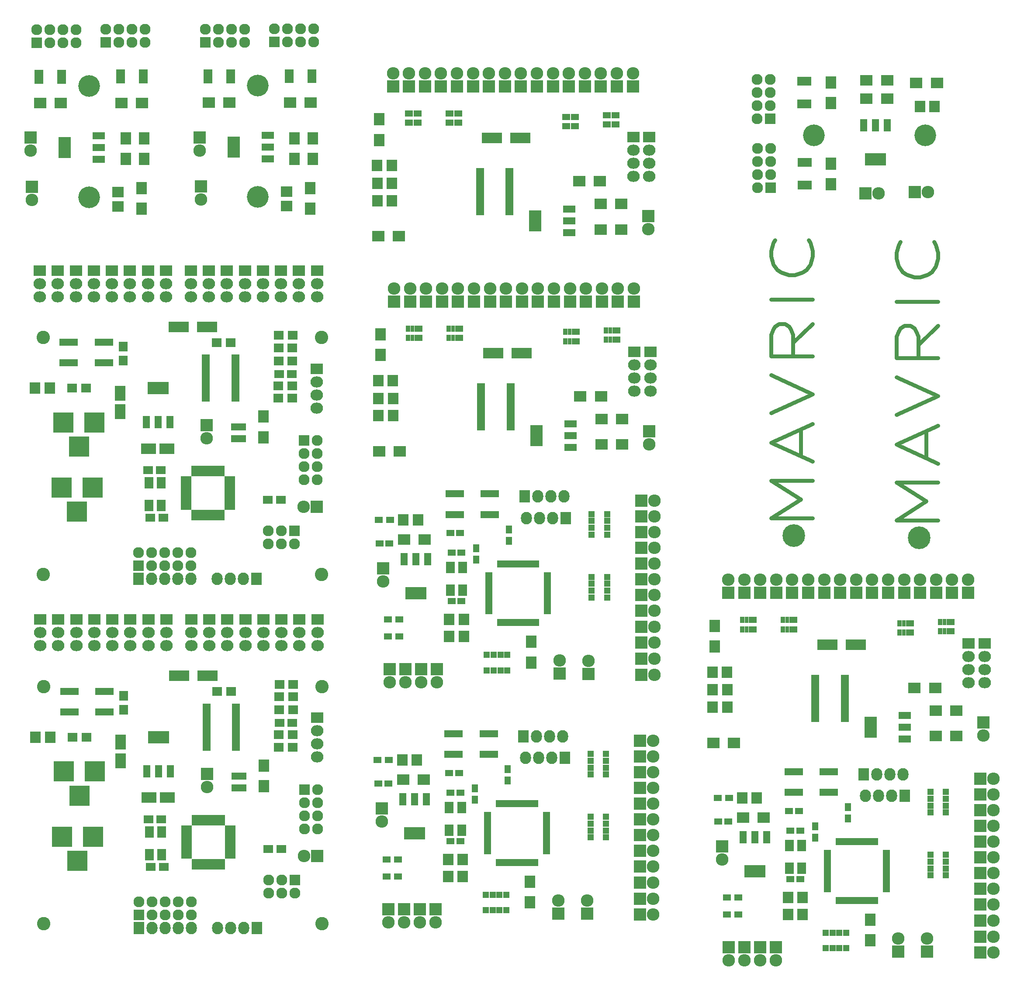
<source format=gbr>
G04 #@! TF.FileFunction,Soldermask,Top*
%FSLAX46Y46*%
G04 Gerber Fmt 4.6, Leading zero omitted, Abs format (unit mm)*
G04 Created by KiCad (PCBNEW 4.0.0-rc2-stable) date 7/14/2016 8:37:10 PM*
%MOMM*%
G01*
G04 APERTURE LIST*
%ADD10C,0.100000*%
%ADD11C,0.750000*%
%ADD12C,2.600000*%
%ADD13R,2.000200X3.000960*%
%ADD14R,3.000960X2.000200*%
%ADD15R,2.000000X2.400000*%
%ADD16R,1.900000X1.650000*%
%ADD17R,3.999180X2.000200*%
%ADD18R,1.997660X2.200860*%
%ADD19R,2.940000X1.421080*%
%ADD20R,3.900120X3.900120*%
%ADD21R,2.432000X2.432000*%
%ADD22O,2.432000X2.432000*%
%ADD23R,2.127200X2.432000*%
%ADD24O,2.127200X2.432000*%
%ADD25R,2.127200X2.127200*%
%ADD26O,2.127200X2.127200*%
%ADD27R,1.500000X0.800000*%
%ADD28R,3.600000X1.400000*%
%ADD29R,1.799540X2.200860*%
%ADD30R,2.432000X2.127200*%
%ADD31O,2.432000X2.127200*%
%ADD32R,1.700000X1.900000*%
%ADD33R,1.900000X1.700000*%
%ADD34R,4.057600X2.432000*%
%ADD35R,1.416000X2.432000*%
%ADD36R,2.000000X0.950000*%
%ADD37R,0.950000X2.000000*%
%ADD38R,1.600000X1.150000*%
%ADD39R,2.400000X2.000000*%
%ADD40R,1.300000X1.600000*%
%ADD41R,1.600000X1.300000*%
%ADD42R,1.300000X1.300000*%
%ADD43R,1.400000X0.650000*%
%ADD44R,0.650000X1.400000*%
%ADD45R,2.100000X2.400000*%
%ADD46R,2.400000X2.100000*%
%ADD47R,0.900000X1.200000*%
%ADD48R,0.800000X1.200000*%
%ADD49R,2.432000X4.057600*%
%ADD50R,2.432000X1.416000*%
%ADD51R,2.200860X1.997660*%
%ADD52R,1.800000X0.700000*%
%ADD53C,4.200000*%
%ADD54R,0.700000X1.800000*%
%ADD55C,4.400000*%
G04 APERTURE END LIST*
D10*
D11*
X-341328152Y66262515D02*
X-349328152Y66262515D01*
X-343613867Y69929181D01*
X-349328152Y73595848D01*
X-341328152Y73595848D01*
X-343613867Y78310134D02*
X-343613867Y83548229D01*
X-341328152Y77262515D02*
X-349328152Y80929182D01*
X-341328152Y84595848D01*
X-349328152Y86691086D02*
X-341328152Y90357753D01*
X-349328152Y94024419D01*
X-341328152Y103976800D02*
X-345137676Y100310133D01*
X-341328152Y97691086D02*
X-349328152Y97691086D01*
X-349328152Y101881562D01*
X-348947200Y102929181D01*
X-348566248Y103452990D01*
X-347804343Y103976800D01*
X-346661486Y103976800D01*
X-345899581Y103452990D01*
X-345518629Y102929181D01*
X-345137676Y101881562D01*
X-345137676Y97691086D01*
X-341328152Y108691086D02*
X-349328152Y108691086D01*
X-342090057Y120214895D02*
X-341709105Y119691085D01*
X-341328152Y118119657D01*
X-341328152Y117072038D01*
X-341709105Y115500609D01*
X-342471010Y114452990D01*
X-343232914Y113929181D01*
X-344756724Y113405371D01*
X-345899581Y113405371D01*
X-347423390Y113929181D01*
X-348185295Y114452990D01*
X-348947200Y115500609D01*
X-349328152Y117072038D01*
X-349328152Y118119657D01*
X-348947200Y119691085D01*
X-348566248Y120214895D01*
X-317020352Y65881515D02*
X-325020352Y65881515D01*
X-319306067Y69548181D01*
X-325020352Y73214848D01*
X-317020352Y73214848D01*
X-319306067Y77929134D02*
X-319306067Y83167229D01*
X-317020352Y76881515D02*
X-325020352Y80548182D01*
X-317020352Y84214848D01*
X-325020352Y86310086D02*
X-317020352Y89976753D01*
X-325020352Y93643419D01*
X-317020352Y103595800D02*
X-320829876Y99929133D01*
X-317020352Y97310086D02*
X-325020352Y97310086D01*
X-325020352Y101500562D01*
X-324639400Y102548181D01*
X-324258448Y103071990D01*
X-323496543Y103595800D01*
X-322353686Y103595800D01*
X-321591781Y103071990D01*
X-321210829Y102548181D01*
X-320829876Y101500562D01*
X-320829876Y97310086D01*
X-317020352Y108310086D02*
X-325020352Y108310086D01*
X-317782257Y119833895D02*
X-317401305Y119310085D01*
X-317020352Y117738657D01*
X-317020352Y116691038D01*
X-317401305Y115119609D01*
X-318163210Y114071990D01*
X-318925114Y113548181D01*
X-320448924Y113024371D01*
X-321591781Y113024371D01*
X-323115590Y113548181D01*
X-323877495Y114071990D01*
X-324639400Y115119609D01*
X-325020352Y116691038D01*
X-325020352Y117738657D01*
X-324639400Y119310085D01*
X-324258448Y119833895D01*
D12*
X-490270800Y-12382500D03*
D13*
X-475411800Y22819360D03*
X-475411800Y19217640D03*
D14*
X-466308440Y12065000D03*
X-469910160Y12065000D03*
D15*
X-447598800Y14256000D03*
X-447598800Y18256000D03*
D16*
X-442094300Y26543000D03*
X-444594300Y26543000D03*
D17*
X-458563980Y35687000D03*
X-464065620Y35687000D03*
D18*
X-491881160Y23812500D03*
X-489041440Y23812500D03*
D19*
X-452488300Y13967460D03*
X-452488300Y16258540D03*
D20*
X-480387660Y17145000D03*
X-486387140Y17145000D03*
X-483387400Y12446000D03*
D21*
X-437311800Y762000D03*
D22*
X-439851800Y762000D03*
D20*
X-480768660Y4508500D03*
X-486768140Y4508500D03*
X-483768400Y-190500D03*
D21*
X-458647800Y16637000D03*
D22*
X-458647800Y14097000D03*
D23*
X-471855800Y-13208000D03*
D24*
X-469315800Y-13208000D03*
X-466775800Y-13208000D03*
X-464235800Y-13208000D03*
X-461695800Y-13208000D03*
D23*
X-448995800Y-13208000D03*
D24*
X-451535800Y-13208000D03*
X-454075800Y-13208000D03*
X-456615800Y-13208000D03*
D25*
X-441629800Y-3873500D03*
D26*
X-441629800Y-6413500D03*
X-444169800Y-3873500D03*
X-444169800Y-6413500D03*
X-446709800Y-3873500D03*
X-446709800Y-6413500D03*
D27*
X-458767300Y29942500D03*
X-458767300Y29292500D03*
X-458767300Y28642500D03*
X-458767300Y27992500D03*
X-458767300Y27342500D03*
X-458767300Y26692500D03*
X-458767300Y26042500D03*
X-458767300Y25392500D03*
X-458767300Y24742500D03*
X-458767300Y24092500D03*
X-458767300Y23442500D03*
X-458767300Y22792500D03*
X-458767300Y22142500D03*
X-458767300Y21492500D03*
X-453067300Y21492500D03*
X-453067300Y22142500D03*
X-453067300Y22792500D03*
X-453067300Y23442500D03*
X-453067300Y24092500D03*
X-453067300Y24742500D03*
X-453067300Y25392500D03*
X-453067300Y26042500D03*
X-453067300Y26692500D03*
X-453067300Y27342500D03*
X-453067300Y27992500D03*
X-453067300Y28642500D03*
X-453067300Y29292500D03*
X-453067300Y29942500D03*
D28*
X-485352300Y28670500D03*
X-478552300Y28670500D03*
X-478552300Y32670500D03*
X-485352300Y32670500D03*
D29*
X-467418420Y1038860D03*
X-467418420Y5438140D03*
X-469816180Y5438140D03*
X-469816180Y1038860D03*
D30*
X-437311800Y27559000D03*
D31*
X-437311800Y25019000D03*
X-437311800Y22479000D03*
X-437311800Y19939000D03*
D30*
X-470014300Y46609000D03*
D31*
X-470014300Y44069000D03*
X-470014300Y41529000D03*
D30*
X-466521800Y46609000D03*
D31*
X-466521800Y44069000D03*
X-466521800Y41529000D03*
D30*
X-473506800Y46609000D03*
D31*
X-473506800Y44069000D03*
X-473506800Y41529000D03*
D30*
X-476999300Y46609000D03*
D31*
X-476999300Y44069000D03*
X-476999300Y41529000D03*
D30*
X-480491800Y46609000D03*
D31*
X-480491800Y44069000D03*
X-480491800Y41529000D03*
D30*
X-483984300Y46609000D03*
D31*
X-483984300Y44069000D03*
X-483984300Y41529000D03*
D30*
X-487476800Y46609000D03*
D31*
X-487476800Y44069000D03*
X-487476800Y41529000D03*
D30*
X-490969300Y46609000D03*
D31*
X-490969300Y44069000D03*
X-490969300Y41529000D03*
D30*
X-437248300Y46609000D03*
D31*
X-437248300Y44069000D03*
X-437248300Y41529000D03*
D30*
X-440740800Y46609000D03*
D31*
X-440740800Y44069000D03*
X-440740800Y41529000D03*
D30*
X-444233300Y46609000D03*
D31*
X-444233300Y44069000D03*
X-444233300Y41529000D03*
D30*
X-447725800Y46609000D03*
D31*
X-447725800Y44069000D03*
X-447725800Y41529000D03*
D30*
X-451218300Y46609000D03*
D31*
X-451218300Y44069000D03*
X-451218300Y41529000D03*
D30*
X-454710800Y46609000D03*
D31*
X-454710800Y44069000D03*
X-454710800Y41529000D03*
D30*
X-458203300Y46609000D03*
D31*
X-458203300Y44069000D03*
X-458203300Y41529000D03*
D30*
X-461695800Y46609000D03*
D31*
X-461695800Y44069000D03*
X-461695800Y41529000D03*
D32*
X-474776800Y31830000D03*
X-474776800Y29130000D03*
D16*
X-469994300Y7874000D03*
X-467494300Y7874000D03*
X-467049800Y-1333500D03*
X-469549800Y-1333500D03*
X-444253300Y2095500D03*
X-446753300Y2095500D03*
D33*
X-484699300Y23812500D03*
X-481999300Y23812500D03*
X-444757800Y24257000D03*
X-442057800Y24257000D03*
X-444757800Y21844000D03*
X-442057800Y21844000D03*
X-456695800Y32639000D03*
X-453995800Y32639000D03*
X-441994300Y31623000D03*
X-444694300Y31623000D03*
X-441994300Y29083000D03*
X-444694300Y29083000D03*
X-441930800Y34036000D03*
X-444630800Y34036000D03*
D25*
X-471855800Y-10668000D03*
D26*
X-471855800Y-8128000D03*
X-469315800Y-10668000D03*
X-469315800Y-8128000D03*
X-466775800Y-10668000D03*
X-466775800Y-8128000D03*
X-464235800Y-10668000D03*
X-464235800Y-8128000D03*
X-461695800Y-10668000D03*
X-461695800Y-8128000D03*
D25*
X-439788300Y13652500D03*
D26*
X-437248300Y13652500D03*
X-439788300Y11112500D03*
X-437248300Y11112500D03*
X-439788300Y8572500D03*
X-437248300Y8572500D03*
X-439788300Y6032500D03*
X-437248300Y6032500D03*
D34*
X-468045800Y23812500D03*
D35*
X-468045800Y17208500D03*
X-465759800Y17208500D03*
X-470331800Y17208500D03*
D12*
X-436359300Y-12382500D03*
X-490270800Y33591500D03*
X-436359300Y33591500D03*
D36*
X-462643800Y6229000D03*
X-462643800Y5429000D03*
X-462643800Y4629000D03*
X-462643800Y3829000D03*
X-462643800Y3029000D03*
X-462643800Y2229000D03*
X-462643800Y1429000D03*
X-462643800Y629000D03*
D37*
X-461193800Y-821000D03*
X-460393800Y-821000D03*
X-459593800Y-821000D03*
X-458793800Y-821000D03*
X-457993800Y-821000D03*
X-457193800Y-821000D03*
X-456393800Y-821000D03*
X-455593800Y-821000D03*
D36*
X-454143800Y629000D03*
X-454143800Y1429000D03*
X-454143800Y2229000D03*
X-454143800Y3029000D03*
X-454143800Y3829000D03*
X-454143800Y4629000D03*
X-454143800Y5429000D03*
X-454143800Y6229000D03*
D37*
X-455593800Y7679000D03*
X-456393800Y7679000D03*
X-457193800Y7679000D03*
X-457993800Y7679000D03*
X-458793800Y7679000D03*
X-459593800Y7679000D03*
X-460393800Y7679000D03*
X-461193800Y7679000D03*
D15*
X-396036800Y-8248400D03*
X-396036800Y-4248400D03*
D38*
X-411718800Y16865600D03*
X-409818800Y16865600D03*
X-423534800Y14833600D03*
X-425434800Y14833600D03*
D39*
X-420642800Y15595600D03*
X-416642800Y15595600D03*
D38*
X-409564800Y3657600D03*
X-411464800Y3657600D03*
X-411464800Y13055600D03*
X-409564800Y13055600D03*
D18*
X-417984940Y19405600D03*
X-420824660Y19405600D03*
X-411934660Y101600D03*
X-409094940Y101600D03*
X-411934660Y-3200400D03*
X-409094940Y-3200400D03*
D21*
X-374700800Y10922000D03*
D22*
X-372160800Y10922000D03*
D21*
X-374700800Y7874000D03*
D22*
X-372160800Y7874000D03*
D21*
X-374700800Y4826000D03*
D22*
X-372160800Y4826000D03*
D21*
X-374700800Y1778000D03*
D22*
X-372160800Y1778000D03*
D21*
X-414324800Y-9550400D03*
D22*
X-414324800Y-12090400D03*
D21*
X-417372800Y-9550400D03*
D22*
X-417372800Y-12090400D03*
D21*
X-420420800Y-9550400D03*
D22*
X-420420800Y-12090400D03*
D21*
X-423468800Y-9550400D03*
D22*
X-423468800Y-12090400D03*
D21*
X-374700800Y23114000D03*
D22*
X-372160800Y23114000D03*
D21*
X-374700800Y20066000D03*
D22*
X-372160800Y20066000D03*
D21*
X-374700800Y17018000D03*
D22*
X-372160800Y17018000D03*
D21*
X-374700800Y13970000D03*
D22*
X-372160800Y13970000D03*
D23*
X-389331200Y19761200D03*
D24*
X-391871200Y19761200D03*
X-394411200Y19761200D03*
X-396951200Y19761200D03*
D23*
X-397306800Y23977600D03*
D24*
X-394766800Y23977600D03*
X-392226800Y23977600D03*
X-389686800Y23977600D03*
D21*
X-424738800Y10007600D03*
D22*
X-424738800Y7467600D03*
D40*
X-400354800Y15359200D03*
X-400354800Y17559200D03*
X-406704800Y11701600D03*
X-406704800Y13901600D03*
D41*
X-423384800Y19405600D03*
X-425584800Y19405600D03*
X-423806800Y101600D03*
X-421606800Y101600D03*
X-423806800Y-3200400D03*
X-421606800Y-3200400D03*
D28*
X-410866800Y20453600D03*
X-404066800Y20453600D03*
X-404066800Y24453600D03*
X-410866800Y24453600D03*
D34*
X-418388800Y5181600D03*
D35*
X-418388800Y11785600D03*
X-420674800Y11785600D03*
X-416102800Y11785600D03*
D29*
X-409315920Y5775960D03*
X-409315920Y10175240D03*
X-411713680Y10175240D03*
X-411713680Y5775960D03*
D42*
X-400640800Y-6780400D03*
X-404640800Y-6780400D03*
X-401980800Y-6780400D03*
X-403300800Y-6780400D03*
X-401980800Y-9780400D03*
X-400640800Y-9780400D03*
X-404640800Y-9780400D03*
X-403300800Y-9780400D03*
X-384328800Y20542000D03*
X-384328800Y16542000D03*
X-384328800Y19202000D03*
X-384328800Y17882000D03*
X-381328800Y19202000D03*
X-381328800Y20542000D03*
X-381328800Y16542000D03*
X-381328800Y17882000D03*
X-384328800Y8350000D03*
X-384328800Y4350000D03*
X-384328800Y7010000D03*
X-384328800Y5690000D03*
X-381328800Y7010000D03*
X-381328800Y8350000D03*
X-381328800Y4350000D03*
X-381328800Y5690000D03*
D21*
X-390550400Y-10414000D03*
D22*
X-390550400Y-7874000D03*
D21*
X-384962400Y-10464800D03*
D22*
X-384962400Y-7924800D03*
D43*
X-404276800Y8931600D03*
X-404276800Y8431600D03*
X-404276800Y7931600D03*
X-404276800Y7431600D03*
X-404276800Y6931600D03*
X-404276800Y6431600D03*
X-404276800Y5931600D03*
X-404276800Y5431600D03*
X-404276800Y4931600D03*
X-404276800Y4431600D03*
X-404276800Y3931600D03*
X-404276800Y3431600D03*
X-404276800Y2931600D03*
X-404276800Y2431600D03*
X-404276800Y1931600D03*
X-404276800Y1431600D03*
D44*
X-402326800Y-518400D03*
X-401826800Y-518400D03*
X-401326800Y-518400D03*
X-400826800Y-518400D03*
X-400326800Y-518400D03*
X-399826800Y-518400D03*
X-399326800Y-518400D03*
X-398826800Y-518400D03*
X-398326800Y-518400D03*
X-397826800Y-518400D03*
X-397326800Y-518400D03*
X-396826800Y-518400D03*
X-396326800Y-518400D03*
X-395826800Y-518400D03*
X-395326800Y-518400D03*
X-394826800Y-518400D03*
D43*
X-392876800Y1431600D03*
X-392876800Y1931600D03*
X-392876800Y2431600D03*
X-392876800Y2931600D03*
X-392876800Y3431600D03*
X-392876800Y3931600D03*
X-392876800Y4431600D03*
X-392876800Y4931600D03*
X-392876800Y5431600D03*
X-392876800Y5931600D03*
X-392876800Y6431600D03*
X-392876800Y6931600D03*
X-392876800Y7431600D03*
X-392876800Y7931600D03*
X-392876800Y8431600D03*
X-392876800Y8931600D03*
D44*
X-394826800Y10881600D03*
X-395326800Y10881600D03*
X-395826800Y10881600D03*
X-396326800Y10881600D03*
X-396826800Y10881600D03*
X-397326800Y10881600D03*
X-397826800Y10881600D03*
X-398326800Y10881600D03*
X-398826800Y10881600D03*
X-399326800Y10881600D03*
X-399826800Y10881600D03*
X-400326800Y10881600D03*
X-400826800Y10881600D03*
X-401326800Y10881600D03*
X-401826800Y10881600D03*
X-402326800Y10881600D03*
D21*
X-374700800Y-1320800D03*
D22*
X-372160800Y-1320800D03*
D21*
X-374700800Y-4419600D03*
D22*
X-372160800Y-4419600D03*
D21*
X-374700800Y-7518400D03*
D22*
X-372160800Y-7518400D03*
D21*
X-374700800Y-10617200D03*
D22*
X-372160800Y-10617200D03*
D15*
X-395833600Y38284400D03*
X-395833600Y42284400D03*
D38*
X-411515600Y63398400D03*
X-409615600Y63398400D03*
X-423331600Y61366400D03*
X-425231600Y61366400D03*
D39*
X-420439600Y62128400D03*
X-416439600Y62128400D03*
D38*
X-409361600Y50190400D03*
X-411261600Y50190400D03*
X-411261600Y59588400D03*
X-409361600Y59588400D03*
D18*
X-417781740Y65938400D03*
X-420621460Y65938400D03*
X-411731460Y46634400D03*
X-408891740Y46634400D03*
X-411731460Y43332400D03*
X-408891740Y43332400D03*
D21*
X-374497600Y57454800D03*
D22*
X-371957600Y57454800D03*
D21*
X-374497600Y54406800D03*
D22*
X-371957600Y54406800D03*
D21*
X-374497600Y51358800D03*
D22*
X-371957600Y51358800D03*
D21*
X-374497600Y48310800D03*
D22*
X-371957600Y48310800D03*
D21*
X-414121600Y36982400D03*
D22*
X-414121600Y34442400D03*
D21*
X-417169600Y36982400D03*
D22*
X-417169600Y34442400D03*
D21*
X-420217600Y36982400D03*
D22*
X-420217600Y34442400D03*
D21*
X-423265600Y36982400D03*
D22*
X-423265600Y34442400D03*
D21*
X-374497600Y69646800D03*
D22*
X-371957600Y69646800D03*
D21*
X-374497600Y66598800D03*
D22*
X-371957600Y66598800D03*
D21*
X-374497600Y63550800D03*
D22*
X-371957600Y63550800D03*
D21*
X-374497600Y60502800D03*
D22*
X-371957600Y60502800D03*
D23*
X-389128000Y66294000D03*
D24*
X-391668000Y66294000D03*
X-394208000Y66294000D03*
X-396748000Y66294000D03*
D23*
X-397103600Y70510400D03*
D24*
X-394563600Y70510400D03*
X-392023600Y70510400D03*
X-389483600Y70510400D03*
D21*
X-424535600Y56540400D03*
D22*
X-424535600Y54000400D03*
D40*
X-400151600Y61892000D03*
X-400151600Y64092000D03*
X-406501600Y58234400D03*
X-406501600Y60434400D03*
D41*
X-423181600Y65938400D03*
X-425381600Y65938400D03*
X-423603600Y46634400D03*
X-421403600Y46634400D03*
X-423603600Y43332400D03*
X-421403600Y43332400D03*
D28*
X-410663600Y66986400D03*
X-403863600Y66986400D03*
X-403863600Y70986400D03*
X-410663600Y70986400D03*
D34*
X-418185600Y51714400D03*
D35*
X-418185600Y58318400D03*
X-420471600Y58318400D03*
X-415899600Y58318400D03*
D29*
X-409112720Y52308760D03*
X-409112720Y56708040D03*
X-411510480Y56708040D03*
X-411510480Y52308760D03*
D42*
X-400437600Y39752400D03*
X-404437600Y39752400D03*
X-401777600Y39752400D03*
X-403097600Y39752400D03*
X-401777600Y36752400D03*
X-400437600Y36752400D03*
X-404437600Y36752400D03*
X-403097600Y36752400D03*
X-384125600Y67074800D03*
X-384125600Y63074800D03*
X-384125600Y65734800D03*
X-384125600Y64414800D03*
X-381125600Y65734800D03*
X-381125600Y67074800D03*
X-381125600Y63074800D03*
X-381125600Y64414800D03*
X-384125600Y54882800D03*
X-384125600Y50882800D03*
X-384125600Y53542800D03*
X-384125600Y52222800D03*
X-381125600Y53542800D03*
X-381125600Y54882800D03*
X-381125600Y50882800D03*
X-381125600Y52222800D03*
D21*
X-390347200Y36118800D03*
D22*
X-390347200Y38658800D03*
D21*
X-384759200Y36068000D03*
D22*
X-384759200Y38608000D03*
D43*
X-404073600Y55464400D03*
X-404073600Y54964400D03*
X-404073600Y54464400D03*
X-404073600Y53964400D03*
X-404073600Y53464400D03*
X-404073600Y52964400D03*
X-404073600Y52464400D03*
X-404073600Y51964400D03*
X-404073600Y51464400D03*
X-404073600Y50964400D03*
X-404073600Y50464400D03*
X-404073600Y49964400D03*
X-404073600Y49464400D03*
X-404073600Y48964400D03*
X-404073600Y48464400D03*
X-404073600Y47964400D03*
D44*
X-402123600Y46014400D03*
X-401623600Y46014400D03*
X-401123600Y46014400D03*
X-400623600Y46014400D03*
X-400123600Y46014400D03*
X-399623600Y46014400D03*
X-399123600Y46014400D03*
X-398623600Y46014400D03*
X-398123600Y46014400D03*
X-397623600Y46014400D03*
X-397123600Y46014400D03*
X-396623600Y46014400D03*
X-396123600Y46014400D03*
X-395623600Y46014400D03*
X-395123600Y46014400D03*
X-394623600Y46014400D03*
D43*
X-392673600Y47964400D03*
X-392673600Y48464400D03*
X-392673600Y48964400D03*
X-392673600Y49464400D03*
X-392673600Y49964400D03*
X-392673600Y50464400D03*
X-392673600Y50964400D03*
X-392673600Y51464400D03*
X-392673600Y51964400D03*
X-392673600Y52464400D03*
X-392673600Y52964400D03*
X-392673600Y53464400D03*
X-392673600Y53964400D03*
X-392673600Y54464400D03*
X-392673600Y54964400D03*
X-392673600Y55464400D03*
D44*
X-394623600Y57414400D03*
X-395123600Y57414400D03*
X-395623600Y57414400D03*
X-396123600Y57414400D03*
X-396623600Y57414400D03*
X-397123600Y57414400D03*
X-397623600Y57414400D03*
X-398123600Y57414400D03*
X-398623600Y57414400D03*
X-399123600Y57414400D03*
X-399623600Y57414400D03*
X-400123600Y57414400D03*
X-400623600Y57414400D03*
X-401123600Y57414400D03*
X-401623600Y57414400D03*
X-402123600Y57414400D03*
D21*
X-374497600Y45212000D03*
D22*
X-371957600Y45212000D03*
D21*
X-374497600Y42113200D03*
D22*
X-371957600Y42113200D03*
D21*
X-374497600Y39014400D03*
D22*
X-371957600Y39014400D03*
D21*
X-374497600Y35915600D03*
D22*
X-371957600Y35915600D03*
D12*
X-490372400Y55333900D03*
D13*
X-475513400Y90535760D03*
X-475513400Y86934040D03*
D14*
X-466410040Y79781400D03*
X-470011760Y79781400D03*
D15*
X-447700400Y81972400D03*
X-447700400Y85972400D03*
D16*
X-442195900Y94259400D03*
X-444695900Y94259400D03*
D17*
X-458665580Y103403400D03*
X-464167220Y103403400D03*
D18*
X-491982760Y91528900D03*
X-489143040Y91528900D03*
D19*
X-452589900Y81683860D03*
X-452589900Y83974940D03*
D20*
X-480489260Y84861400D03*
X-486488740Y84861400D03*
X-483489000Y80162400D03*
D21*
X-437413400Y68478400D03*
D22*
X-439953400Y68478400D03*
D20*
X-480870260Y72224900D03*
X-486869740Y72224900D03*
X-483870000Y67525900D03*
D21*
X-458749400Y84353400D03*
D22*
X-458749400Y81813400D03*
D23*
X-471957400Y54508400D03*
D24*
X-469417400Y54508400D03*
X-466877400Y54508400D03*
X-464337400Y54508400D03*
X-461797400Y54508400D03*
D23*
X-449097400Y54508400D03*
D24*
X-451637400Y54508400D03*
X-454177400Y54508400D03*
X-456717400Y54508400D03*
D25*
X-441731400Y63842900D03*
D26*
X-441731400Y61302900D03*
X-444271400Y63842900D03*
X-444271400Y61302900D03*
X-446811400Y63842900D03*
X-446811400Y61302900D03*
D27*
X-458868900Y97658900D03*
X-458868900Y97008900D03*
X-458868900Y96358900D03*
X-458868900Y95708900D03*
X-458868900Y95058900D03*
X-458868900Y94408900D03*
X-458868900Y93758900D03*
X-458868900Y93108900D03*
X-458868900Y92458900D03*
X-458868900Y91808900D03*
X-458868900Y91158900D03*
X-458868900Y90508900D03*
X-458868900Y89858900D03*
X-458868900Y89208900D03*
X-453168900Y89208900D03*
X-453168900Y89858900D03*
X-453168900Y90508900D03*
X-453168900Y91158900D03*
X-453168900Y91808900D03*
X-453168900Y92458900D03*
X-453168900Y93108900D03*
X-453168900Y93758900D03*
X-453168900Y94408900D03*
X-453168900Y95058900D03*
X-453168900Y95708900D03*
X-453168900Y96358900D03*
X-453168900Y97008900D03*
X-453168900Y97658900D03*
D28*
X-485453900Y96386900D03*
X-478653900Y96386900D03*
X-478653900Y100386900D03*
X-485453900Y100386900D03*
D29*
X-467520020Y68755260D03*
X-467520020Y73154540D03*
X-469917780Y73154540D03*
X-469917780Y68755260D03*
D30*
X-437413400Y95275400D03*
D31*
X-437413400Y92735400D03*
X-437413400Y90195400D03*
X-437413400Y87655400D03*
D30*
X-470115900Y114325400D03*
D31*
X-470115900Y111785400D03*
X-470115900Y109245400D03*
D30*
X-466623400Y114325400D03*
D31*
X-466623400Y111785400D03*
X-466623400Y109245400D03*
D30*
X-473608400Y114325400D03*
D31*
X-473608400Y111785400D03*
X-473608400Y109245400D03*
D30*
X-477100900Y114325400D03*
D31*
X-477100900Y111785400D03*
X-477100900Y109245400D03*
D30*
X-480593400Y114325400D03*
D31*
X-480593400Y111785400D03*
X-480593400Y109245400D03*
D30*
X-484085900Y114325400D03*
D31*
X-484085900Y111785400D03*
X-484085900Y109245400D03*
D30*
X-487578400Y114325400D03*
D31*
X-487578400Y111785400D03*
X-487578400Y109245400D03*
D30*
X-491070900Y114325400D03*
D31*
X-491070900Y111785400D03*
X-491070900Y109245400D03*
D30*
X-437349900Y114325400D03*
D31*
X-437349900Y111785400D03*
X-437349900Y109245400D03*
D30*
X-440842400Y114325400D03*
D31*
X-440842400Y111785400D03*
X-440842400Y109245400D03*
D30*
X-444334900Y114325400D03*
D31*
X-444334900Y111785400D03*
X-444334900Y109245400D03*
D30*
X-447827400Y114325400D03*
D31*
X-447827400Y111785400D03*
X-447827400Y109245400D03*
D30*
X-451319900Y114325400D03*
D31*
X-451319900Y111785400D03*
X-451319900Y109245400D03*
D30*
X-454812400Y114325400D03*
D31*
X-454812400Y111785400D03*
X-454812400Y109245400D03*
D30*
X-458304900Y114325400D03*
D31*
X-458304900Y111785400D03*
X-458304900Y109245400D03*
D30*
X-461797400Y114325400D03*
D31*
X-461797400Y111785400D03*
X-461797400Y109245400D03*
D32*
X-474878400Y99546400D03*
X-474878400Y96846400D03*
D16*
X-470095900Y75590400D03*
X-467595900Y75590400D03*
X-467151400Y66382900D03*
X-469651400Y66382900D03*
X-444354900Y69811900D03*
X-446854900Y69811900D03*
D33*
X-484800900Y91528900D03*
X-482100900Y91528900D03*
X-444859400Y91973400D03*
X-442159400Y91973400D03*
X-444859400Y89560400D03*
X-442159400Y89560400D03*
X-456797400Y100355400D03*
X-454097400Y100355400D03*
X-442095900Y99339400D03*
X-444795900Y99339400D03*
X-442095900Y96799400D03*
X-444795900Y96799400D03*
X-442032400Y101752400D03*
X-444732400Y101752400D03*
D25*
X-471957400Y57048400D03*
D26*
X-471957400Y59588400D03*
X-469417400Y57048400D03*
X-469417400Y59588400D03*
X-466877400Y57048400D03*
X-466877400Y59588400D03*
X-464337400Y57048400D03*
X-464337400Y59588400D03*
X-461797400Y57048400D03*
X-461797400Y59588400D03*
D25*
X-439889900Y81368900D03*
D26*
X-437349900Y81368900D03*
X-439889900Y78828900D03*
X-437349900Y78828900D03*
X-439889900Y76288900D03*
X-437349900Y76288900D03*
X-439889900Y73748900D03*
X-437349900Y73748900D03*
D34*
X-468147400Y91528900D03*
D35*
X-468147400Y84924900D03*
X-465861400Y84924900D03*
X-470433400Y84924900D03*
D12*
X-436460900Y55333900D03*
X-490372400Y101307900D03*
X-436460900Y101307900D03*
D36*
X-462745400Y73945400D03*
X-462745400Y73145400D03*
X-462745400Y72345400D03*
X-462745400Y71545400D03*
X-462745400Y70745400D03*
X-462745400Y69945400D03*
X-462745400Y69145400D03*
X-462745400Y68345400D03*
D37*
X-461295400Y66895400D03*
X-460495400Y66895400D03*
X-459695400Y66895400D03*
X-458895400Y66895400D03*
X-458095400Y66895400D03*
X-457295400Y66895400D03*
X-456495400Y66895400D03*
X-455695400Y66895400D03*
D36*
X-454245400Y68345400D03*
X-454245400Y69145400D03*
X-454245400Y69945400D03*
X-454245400Y70745400D03*
X-454245400Y71545400D03*
X-454245400Y72345400D03*
X-454245400Y73145400D03*
X-454245400Y73945400D03*
D37*
X-455695400Y75395400D03*
X-456495400Y75395400D03*
X-457295400Y75395400D03*
X-458095400Y75395400D03*
X-458895400Y75395400D03*
X-459695400Y75395400D03*
X-460495400Y75395400D03*
X-461295400Y75395400D03*
D18*
X-425447460Y86156800D03*
X-422607740Y86156800D03*
D17*
X-397705580Y98298000D03*
X-403207220Y98298000D03*
D18*
X-422607740Y89509600D03*
X-425447460Y89509600D03*
X-422658540Y92964000D03*
X-425498260Y92964000D03*
D30*
X-375818400Y98501200D03*
D31*
X-375818400Y95961200D03*
X-375818400Y93421200D03*
X-375818400Y90881200D03*
D30*
X-372719600Y98501200D03*
D31*
X-372719600Y95961200D03*
X-372719600Y93421200D03*
X-372719600Y90881200D03*
D21*
X-372922800Y83159600D03*
D22*
X-372922800Y80619600D03*
D27*
X-405541600Y92109000D03*
X-405541600Y91459000D03*
X-405541600Y90809000D03*
X-405541600Y90159000D03*
X-405541600Y89509000D03*
X-405541600Y88859000D03*
X-405541600Y88209000D03*
X-405541600Y87559000D03*
X-405541600Y86909000D03*
X-405541600Y86259000D03*
X-405541600Y85609000D03*
X-405541600Y84959000D03*
X-405541600Y84309000D03*
X-405541600Y83659000D03*
X-399841600Y83659000D03*
X-399841600Y84309000D03*
X-399841600Y84959000D03*
X-399841600Y85609000D03*
X-399841600Y86259000D03*
X-399841600Y86909000D03*
X-399841600Y87559000D03*
X-399841600Y88209000D03*
X-399841600Y88859000D03*
X-399841600Y89509000D03*
X-399841600Y90159000D03*
X-399841600Y90809000D03*
X-399841600Y91459000D03*
X-399841600Y92109000D03*
D45*
X-425043600Y97923600D03*
X-425043600Y101923600D03*
D46*
X-421265600Y79248000D03*
X-425265600Y79248000D03*
X-386302000Y89916000D03*
X-382302000Y89916000D03*
D47*
X-409416400Y103058800D03*
D48*
X-411016400Y103058800D03*
X-410216400Y103058800D03*
D47*
X-411816400Y103058800D03*
D48*
X-410216400Y101258800D03*
D47*
X-409416400Y101258800D03*
D48*
X-411016400Y101258800D03*
D47*
X-411816400Y101258800D03*
X-417290400Y103058800D03*
D48*
X-418890400Y103058800D03*
X-418090400Y103058800D03*
D47*
X-419690400Y103058800D03*
D48*
X-418090400Y101258800D03*
D47*
X-417290400Y101258800D03*
D48*
X-418890400Y101258800D03*
D47*
X-419690400Y101258800D03*
X-389210400Y100598400D03*
D48*
X-387610400Y100598400D03*
X-388410400Y100598400D03*
D47*
X-386810400Y100598400D03*
D48*
X-388410400Y102398400D03*
D47*
X-389210400Y102398400D03*
D48*
X-387610400Y102398400D03*
D47*
X-386810400Y102398400D03*
X-381336400Y100903200D03*
D48*
X-379736400Y100903200D03*
X-380536400Y100903200D03*
D47*
X-378936400Y100903200D03*
D48*
X-380536400Y102703200D03*
D47*
X-381336400Y102703200D03*
D48*
X-379736400Y102703200D03*
D47*
X-378936400Y102703200D03*
D21*
X-400710400Y108305600D03*
D22*
X-400710400Y110845600D03*
D21*
X-406908000Y108305600D03*
D22*
X-406908000Y110845600D03*
D21*
X-410006800Y108305600D03*
D22*
X-410006800Y110845600D03*
D21*
X-413105600Y108305600D03*
D22*
X-413105600Y110845600D03*
D21*
X-416204400Y108305600D03*
D22*
X-416204400Y110845600D03*
D21*
X-419303200Y108305600D03*
D22*
X-419303200Y110845600D03*
D21*
X-422402000Y108305600D03*
D22*
X-422402000Y110845600D03*
D21*
X-375920000Y108305600D03*
D22*
X-375920000Y110845600D03*
D21*
X-379018800Y108305600D03*
D22*
X-379018800Y110845600D03*
D21*
X-382117600Y108305600D03*
D22*
X-382117600Y110845600D03*
D21*
X-385216400Y108305600D03*
D22*
X-385216400Y110845600D03*
D21*
X-388315200Y108305600D03*
D22*
X-388315200Y110845600D03*
D21*
X-391414000Y108305600D03*
D22*
X-391414000Y110845600D03*
D21*
X-394512800Y108305600D03*
D22*
X-394512800Y110845600D03*
D21*
X-397611600Y108305600D03*
D22*
X-397611600Y110845600D03*
D21*
X-403809200Y108305600D03*
D22*
X-403809200Y110845600D03*
D39*
X-382187200Y85496400D03*
X-378187200Y85496400D03*
X-382187200Y80568800D03*
X-378187200Y80568800D03*
D49*
X-394817600Y82245200D03*
D50*
X-388213600Y82245200D03*
X-388213600Y84531200D03*
X-388213600Y79959200D03*
D18*
X-425650660Y127863600D03*
X-422810940Y127863600D03*
D17*
X-397908780Y140004800D03*
X-403410420Y140004800D03*
D18*
X-422810940Y131216400D03*
X-425650660Y131216400D03*
X-422861740Y134670800D03*
X-425701460Y134670800D03*
D30*
X-376021600Y140208000D03*
D31*
X-376021600Y137668000D03*
X-376021600Y135128000D03*
X-376021600Y132588000D03*
D30*
X-372922800Y140208000D03*
D31*
X-372922800Y137668000D03*
X-372922800Y135128000D03*
X-372922800Y132588000D03*
D21*
X-373126000Y124866400D03*
D22*
X-373126000Y122326400D03*
D27*
X-405744800Y133815800D03*
X-405744800Y133165800D03*
X-405744800Y132515800D03*
X-405744800Y131865800D03*
X-405744800Y131215800D03*
X-405744800Y130565800D03*
X-405744800Y129915800D03*
X-405744800Y129265800D03*
X-405744800Y128615800D03*
X-405744800Y127965800D03*
X-405744800Y127315800D03*
X-405744800Y126665800D03*
X-405744800Y126015800D03*
X-405744800Y125365800D03*
X-400044800Y125365800D03*
X-400044800Y126015800D03*
X-400044800Y126665800D03*
X-400044800Y127315800D03*
X-400044800Y127965800D03*
X-400044800Y128615800D03*
X-400044800Y129265800D03*
X-400044800Y129915800D03*
X-400044800Y130565800D03*
X-400044800Y131215800D03*
X-400044800Y131865800D03*
X-400044800Y132515800D03*
X-400044800Y133165800D03*
X-400044800Y133815800D03*
D45*
X-425246800Y139630400D03*
X-425246800Y143630400D03*
D46*
X-421468800Y120954800D03*
X-425468800Y120954800D03*
X-386505200Y131622800D03*
X-382505200Y131622800D03*
D47*
X-409619600Y144765600D03*
D48*
X-411219600Y144765600D03*
X-410419600Y144765600D03*
D47*
X-412019600Y144765600D03*
D48*
X-410419600Y142965600D03*
D47*
X-409619600Y142965600D03*
D48*
X-411219600Y142965600D03*
D47*
X-412019600Y142965600D03*
X-417493600Y144765600D03*
D48*
X-419093600Y144765600D03*
X-418293600Y144765600D03*
D47*
X-419893600Y144765600D03*
D48*
X-418293600Y142965600D03*
D47*
X-417493600Y142965600D03*
D48*
X-419093600Y142965600D03*
D47*
X-419893600Y142965600D03*
X-389413600Y142305200D03*
D48*
X-387813600Y142305200D03*
X-388613600Y142305200D03*
D47*
X-387013600Y142305200D03*
D48*
X-388613600Y144105200D03*
D47*
X-389413600Y144105200D03*
D48*
X-387813600Y144105200D03*
D47*
X-387013600Y144105200D03*
X-381539600Y142610000D03*
D48*
X-379939600Y142610000D03*
X-380739600Y142610000D03*
D47*
X-379139600Y142610000D03*
D48*
X-380739600Y144410000D03*
D47*
X-381539600Y144410000D03*
D48*
X-379939600Y144410000D03*
D47*
X-379139600Y144410000D03*
D21*
X-400913600Y150012400D03*
D22*
X-400913600Y152552400D03*
D21*
X-407111200Y150012400D03*
D22*
X-407111200Y152552400D03*
D21*
X-410210000Y150012400D03*
D22*
X-410210000Y152552400D03*
D21*
X-413308800Y150012400D03*
D22*
X-413308800Y152552400D03*
D21*
X-416407600Y150012400D03*
D22*
X-416407600Y152552400D03*
D21*
X-419506400Y150012400D03*
D22*
X-419506400Y152552400D03*
D21*
X-422605200Y150012400D03*
D22*
X-422605200Y152552400D03*
D21*
X-376123200Y150012400D03*
D22*
X-376123200Y152552400D03*
D21*
X-379222000Y150012400D03*
D22*
X-379222000Y152552400D03*
D21*
X-382320800Y150012400D03*
D22*
X-382320800Y152552400D03*
D21*
X-385419600Y150012400D03*
D22*
X-385419600Y152552400D03*
D21*
X-388518400Y150012400D03*
D22*
X-388518400Y152552400D03*
D21*
X-391617200Y150012400D03*
D22*
X-391617200Y152552400D03*
D21*
X-394716000Y150012400D03*
D22*
X-394716000Y152552400D03*
D21*
X-397814800Y150012400D03*
D22*
X-397814800Y152552400D03*
D21*
X-404012400Y150012400D03*
D22*
X-404012400Y152552400D03*
D39*
X-382390400Y127203200D03*
X-378390400Y127203200D03*
X-382390400Y122275600D03*
X-378390400Y122275600D03*
D49*
X-395020800Y123952000D03*
D50*
X-388416800Y123952000D03*
X-388416800Y126238000D03*
X-388416800Y121666000D03*
D39*
X-442563000Y146862800D03*
X-438563000Y146862800D03*
X-458311000Y146862800D03*
X-454311000Y146862800D03*
D15*
X-441706000Y135972800D03*
X-441706000Y139972800D03*
X-438150000Y139972800D03*
X-438150000Y135972800D03*
D51*
X-443230000Y126773940D03*
X-443230000Y129613660D03*
D21*
X-459867000Y130606800D03*
D22*
X-459867000Y128066800D03*
D21*
X-460121000Y140131800D03*
D22*
X-460121000Y137591800D03*
D25*
X-458978000Y158546800D03*
D26*
X-458978000Y161086800D03*
X-456438000Y158546800D03*
X-456438000Y161086800D03*
X-453898000Y158546800D03*
X-453898000Y161086800D03*
X-451358000Y158546800D03*
X-451358000Y161086800D03*
D25*
X-445579500Y158610300D03*
D26*
X-445579500Y161150300D03*
X-443039500Y158610300D03*
X-443039500Y161150300D03*
X-440499500Y158610300D03*
X-440499500Y161150300D03*
X-437959500Y158610300D03*
X-437959500Y161150300D03*
D45*
X-438658000Y126320800D03*
X-438658000Y130320800D03*
D49*
X-453517000Y138226800D03*
D50*
X-446913000Y138226800D03*
X-446913000Y140512800D03*
X-446913000Y135940800D03*
D52*
X-454111000Y150942800D03*
X-454111000Y151442800D03*
X-454111000Y151942800D03*
X-454111000Y152442800D03*
X-454111000Y152942800D03*
X-458511000Y152942800D03*
X-458511000Y152442800D03*
X-458511000Y151942800D03*
X-458511000Y151442800D03*
X-458511000Y150942800D03*
X-438299500Y151006300D03*
X-438299500Y151506300D03*
X-438299500Y152006300D03*
X-438299500Y152506300D03*
X-438299500Y153006300D03*
X-442699500Y153006300D03*
X-442699500Y152506300D03*
X-442699500Y152006300D03*
X-442699500Y151506300D03*
X-442699500Y151006300D03*
D53*
X-448818000Y128574800D03*
X-448818000Y150164800D03*
D39*
X-475278200Y146812000D03*
X-471278200Y146812000D03*
X-491026200Y146812000D03*
X-487026200Y146812000D03*
D15*
X-474421200Y135922000D03*
X-474421200Y139922000D03*
X-470865200Y139922000D03*
X-470865200Y135922000D03*
D51*
X-475945200Y126723140D03*
X-475945200Y129562860D03*
D21*
X-492582200Y130556000D03*
D22*
X-492582200Y128016000D03*
D21*
X-492836200Y140081000D03*
D22*
X-492836200Y137541000D03*
D25*
X-491693200Y158496000D03*
D26*
X-491693200Y161036000D03*
X-489153200Y158496000D03*
X-489153200Y161036000D03*
X-486613200Y158496000D03*
X-486613200Y161036000D03*
X-484073200Y158496000D03*
X-484073200Y161036000D03*
D25*
X-478294700Y158559500D03*
D26*
X-478294700Y161099500D03*
X-475754700Y158559500D03*
X-475754700Y161099500D03*
X-473214700Y158559500D03*
X-473214700Y161099500D03*
X-470674700Y158559500D03*
X-470674700Y161099500D03*
D45*
X-471373200Y126270000D03*
X-471373200Y130270000D03*
D49*
X-486232200Y138176000D03*
D50*
X-479628200Y138176000D03*
X-479628200Y140462000D03*
X-479628200Y135890000D03*
D52*
X-486826200Y150892000D03*
X-486826200Y151392000D03*
X-486826200Y151892000D03*
X-486826200Y152392000D03*
X-486826200Y152892000D03*
X-491226200Y152892000D03*
X-491226200Y152392000D03*
X-491226200Y151892000D03*
X-491226200Y151392000D03*
X-491226200Y150892000D03*
X-471014700Y150955500D03*
X-471014700Y151455500D03*
X-471014700Y151955500D03*
X-471014700Y152455500D03*
X-471014700Y152955500D03*
X-475414700Y152955500D03*
X-475414700Y152455500D03*
X-475414700Y151955500D03*
X-475414700Y151455500D03*
X-475414700Y150955500D03*
D53*
X-481533200Y128524000D03*
X-481533200Y150114000D03*
D15*
X-337747650Y146789350D03*
X-337747650Y150789350D03*
X-337747650Y131041350D03*
X-337747650Y135041350D03*
D39*
X-326857650Y147646350D03*
X-330857650Y147646350D03*
X-330857650Y151202350D03*
X-326857650Y151202350D03*
D18*
X-317658790Y146122350D03*
X-320498510Y146122350D03*
D21*
X-321491650Y129485350D03*
D22*
X-318951650Y129485350D03*
D21*
X-331016650Y129231350D03*
D22*
X-328476650Y129231350D03*
D25*
X-349431650Y130374350D03*
D26*
X-351971650Y130374350D03*
X-349431650Y132914350D03*
X-351971650Y132914350D03*
X-349431650Y135454350D03*
X-351971650Y135454350D03*
X-349431650Y137994350D03*
X-351971650Y137994350D03*
D25*
X-349495150Y143772850D03*
D26*
X-352035150Y143772850D03*
X-349495150Y146312850D03*
X-352035150Y146312850D03*
X-349495150Y148852850D03*
X-352035150Y148852850D03*
X-349495150Y151392850D03*
X-352035150Y151392850D03*
D46*
X-317205650Y150694350D03*
X-321205650Y150694350D03*
D34*
X-329111650Y135835350D03*
D35*
X-329111650Y142439350D03*
X-331397650Y142439350D03*
X-326825650Y142439350D03*
D54*
X-341827650Y135241350D03*
X-342327650Y135241350D03*
X-342827650Y135241350D03*
X-343327650Y135241350D03*
X-343827650Y135241350D03*
X-343827650Y130841350D03*
X-343327650Y130841350D03*
X-342827650Y130841350D03*
X-342327650Y130841350D03*
X-341827650Y130841350D03*
X-341891150Y151052850D03*
X-342391150Y151052850D03*
X-342891150Y151052850D03*
X-343391150Y151052850D03*
X-343891150Y151052850D03*
X-343891150Y146652850D03*
X-343391150Y146652850D03*
X-342891150Y146652850D03*
X-342391150Y146652850D03*
X-341891150Y146652850D03*
D53*
X-319459650Y140534350D03*
X-341049650Y140534350D03*
D55*
X-344947200Y62876800D03*
X-320639400Y62495800D03*
D18*
X-360677460Y29616400D03*
X-357837740Y29616400D03*
D17*
X-332935580Y41757600D03*
X-338437220Y41757600D03*
D18*
X-357837740Y32969200D03*
X-360677460Y32969200D03*
X-357888540Y36423600D03*
X-360728260Y36423600D03*
D30*
X-311048400Y41960800D03*
D31*
X-311048400Y39420800D03*
X-311048400Y36880800D03*
X-311048400Y34340800D03*
D30*
X-307949600Y41960800D03*
D31*
X-307949600Y39420800D03*
X-307949600Y36880800D03*
X-307949600Y34340800D03*
D21*
X-308152800Y26619200D03*
D22*
X-308152800Y24079200D03*
D27*
X-340771600Y35568600D03*
X-340771600Y34918600D03*
X-340771600Y34268600D03*
X-340771600Y33618600D03*
X-340771600Y32968600D03*
X-340771600Y32318600D03*
X-340771600Y31668600D03*
X-340771600Y31018600D03*
X-340771600Y30368600D03*
X-340771600Y29718600D03*
X-340771600Y29068600D03*
X-340771600Y28418600D03*
X-340771600Y27768600D03*
X-340771600Y27118600D03*
X-335071600Y27118600D03*
X-335071600Y27768600D03*
X-335071600Y28418600D03*
X-335071600Y29068600D03*
X-335071600Y29718600D03*
X-335071600Y30368600D03*
X-335071600Y31018600D03*
X-335071600Y31668600D03*
X-335071600Y32318600D03*
X-335071600Y32968600D03*
X-335071600Y33618600D03*
X-335071600Y34268600D03*
X-335071600Y34918600D03*
X-335071600Y35568600D03*
D45*
X-360273600Y41383200D03*
X-360273600Y45383200D03*
D46*
X-356495600Y22707600D03*
X-360495600Y22707600D03*
X-321532000Y33375600D03*
X-317532000Y33375600D03*
D47*
X-344646400Y46518400D03*
D48*
X-346246400Y46518400D03*
X-345446400Y46518400D03*
D47*
X-347046400Y46518400D03*
D48*
X-345446400Y44718400D03*
D47*
X-344646400Y44718400D03*
D48*
X-346246400Y44718400D03*
D47*
X-347046400Y44718400D03*
X-352520400Y46518400D03*
D48*
X-354120400Y46518400D03*
X-353320400Y46518400D03*
D47*
X-354920400Y46518400D03*
D48*
X-353320400Y44718400D03*
D47*
X-352520400Y44718400D03*
D48*
X-354120400Y44718400D03*
D47*
X-354920400Y44718400D03*
X-324440400Y44058000D03*
D48*
X-322840400Y44058000D03*
X-323640400Y44058000D03*
D47*
X-322040400Y44058000D03*
D48*
X-323640400Y45858000D03*
D47*
X-324440400Y45858000D03*
D48*
X-322840400Y45858000D03*
D47*
X-322040400Y45858000D03*
X-316566400Y44362800D03*
D48*
X-314966400Y44362800D03*
X-315766400Y44362800D03*
D47*
X-314166400Y44362800D03*
D48*
X-315766400Y46162800D03*
D47*
X-316566400Y46162800D03*
D48*
X-314966400Y46162800D03*
D47*
X-314166400Y46162800D03*
D21*
X-335940400Y51765200D03*
D22*
X-335940400Y54305200D03*
D21*
X-342138000Y51765200D03*
D22*
X-342138000Y54305200D03*
D21*
X-345236800Y51765200D03*
D22*
X-345236800Y54305200D03*
D21*
X-348335600Y51765200D03*
D22*
X-348335600Y54305200D03*
D21*
X-351434400Y51765200D03*
D22*
X-351434400Y54305200D03*
D21*
X-354533200Y51765200D03*
D22*
X-354533200Y54305200D03*
D21*
X-357632000Y51765200D03*
D22*
X-357632000Y54305200D03*
D21*
X-311150000Y51765200D03*
D22*
X-311150000Y54305200D03*
D21*
X-314248800Y51765200D03*
D22*
X-314248800Y54305200D03*
D21*
X-317347600Y51765200D03*
D22*
X-317347600Y54305200D03*
D21*
X-320446400Y51765200D03*
D22*
X-320446400Y54305200D03*
D21*
X-323545200Y51765200D03*
D22*
X-323545200Y54305200D03*
D21*
X-326644000Y51765200D03*
D22*
X-326644000Y54305200D03*
D21*
X-329742800Y51765200D03*
D22*
X-329742800Y54305200D03*
D21*
X-332841600Y51765200D03*
D22*
X-332841600Y54305200D03*
D21*
X-339039200Y51765200D03*
D22*
X-339039200Y54305200D03*
D39*
X-317417200Y28956000D03*
X-313417200Y28956000D03*
X-317417200Y24028400D03*
X-313417200Y24028400D03*
D49*
X-330047600Y25704800D03*
D50*
X-323443600Y25704800D03*
X-323443600Y27990800D03*
X-323443600Y23418800D03*
D15*
X-330149200Y-15614400D03*
X-330149200Y-11614400D03*
D38*
X-345831200Y9499600D03*
X-343931200Y9499600D03*
X-357647200Y7467600D03*
X-359547200Y7467600D03*
D39*
X-354755200Y8229600D03*
X-350755200Y8229600D03*
D38*
X-343677200Y-3708400D03*
X-345577200Y-3708400D03*
X-345577200Y5689600D03*
X-343677200Y5689600D03*
D18*
X-352097340Y12039600D03*
X-354937060Y12039600D03*
X-346047060Y-7264400D03*
X-343207340Y-7264400D03*
X-346047060Y-10566400D03*
X-343207340Y-10566400D03*
D21*
X-308813200Y3556000D03*
D22*
X-306273200Y3556000D03*
D21*
X-308813200Y508000D03*
D22*
X-306273200Y508000D03*
D21*
X-308813200Y-2540000D03*
D22*
X-306273200Y-2540000D03*
D21*
X-308813200Y-5588000D03*
D22*
X-306273200Y-5588000D03*
D21*
X-348437200Y-16916400D03*
D22*
X-348437200Y-19456400D03*
D21*
X-351485200Y-16916400D03*
D22*
X-351485200Y-19456400D03*
D21*
X-354533200Y-16916400D03*
D22*
X-354533200Y-19456400D03*
D21*
X-357581200Y-16916400D03*
D22*
X-357581200Y-19456400D03*
D21*
X-308813200Y15748000D03*
D22*
X-306273200Y15748000D03*
D21*
X-308813200Y12700000D03*
D22*
X-306273200Y12700000D03*
D21*
X-308813200Y9652000D03*
D22*
X-306273200Y9652000D03*
D21*
X-308813200Y6604000D03*
D22*
X-306273200Y6604000D03*
D23*
X-323443600Y12395200D03*
D24*
X-325983600Y12395200D03*
X-328523600Y12395200D03*
X-331063600Y12395200D03*
D23*
X-331419200Y16611600D03*
D24*
X-328879200Y16611600D03*
X-326339200Y16611600D03*
X-323799200Y16611600D03*
D21*
X-358851200Y2641600D03*
D22*
X-358851200Y101600D03*
D40*
X-334467200Y7993200D03*
X-334467200Y10193200D03*
X-340817200Y4335600D03*
X-340817200Y6535600D03*
D41*
X-357497200Y12039600D03*
X-359697200Y12039600D03*
X-357919200Y-7264400D03*
X-355719200Y-7264400D03*
X-357919200Y-10566400D03*
X-355719200Y-10566400D03*
D28*
X-344979200Y13087600D03*
X-338179200Y13087600D03*
X-338179200Y17087600D03*
X-344979200Y17087600D03*
D34*
X-352501200Y-2184400D03*
D35*
X-352501200Y4419600D03*
X-354787200Y4419600D03*
X-350215200Y4419600D03*
D29*
X-343428320Y-1590040D03*
X-343428320Y2809240D03*
X-345826080Y2809240D03*
X-345826080Y-1590040D03*
D42*
X-334753200Y-14146400D03*
X-338753200Y-14146400D03*
X-336093200Y-14146400D03*
X-337413200Y-14146400D03*
X-336093200Y-17146400D03*
X-334753200Y-17146400D03*
X-338753200Y-17146400D03*
X-337413200Y-17146400D03*
X-318441200Y13176000D03*
X-318441200Y9176000D03*
X-318441200Y11836000D03*
X-318441200Y10516000D03*
X-315441200Y11836000D03*
X-315441200Y13176000D03*
X-315441200Y9176000D03*
X-315441200Y10516000D03*
X-318441200Y984000D03*
X-318441200Y-3016000D03*
X-318441200Y-356000D03*
X-318441200Y-1676000D03*
X-315441200Y-356000D03*
X-315441200Y984000D03*
X-315441200Y-3016000D03*
X-315441200Y-1676000D03*
D21*
X-324662800Y-17780000D03*
D22*
X-324662800Y-15240000D03*
D21*
X-319074800Y-17830800D03*
D22*
X-319074800Y-15290800D03*
D43*
X-338389200Y1565600D03*
X-338389200Y1065600D03*
X-338389200Y565600D03*
X-338389200Y65600D03*
X-338389200Y-434400D03*
X-338389200Y-934400D03*
X-338389200Y-1434400D03*
X-338389200Y-1934400D03*
X-338389200Y-2434400D03*
X-338389200Y-2934400D03*
X-338389200Y-3434400D03*
X-338389200Y-3934400D03*
X-338389200Y-4434400D03*
X-338389200Y-4934400D03*
X-338389200Y-5434400D03*
X-338389200Y-5934400D03*
D44*
X-336439200Y-7884400D03*
X-335939200Y-7884400D03*
X-335439200Y-7884400D03*
X-334939200Y-7884400D03*
X-334439200Y-7884400D03*
X-333939200Y-7884400D03*
X-333439200Y-7884400D03*
X-332939200Y-7884400D03*
X-332439200Y-7884400D03*
X-331939200Y-7884400D03*
X-331439200Y-7884400D03*
X-330939200Y-7884400D03*
X-330439200Y-7884400D03*
X-329939200Y-7884400D03*
X-329439200Y-7884400D03*
X-328939200Y-7884400D03*
D43*
X-326989200Y-5934400D03*
X-326989200Y-5434400D03*
X-326989200Y-4934400D03*
X-326989200Y-4434400D03*
X-326989200Y-3934400D03*
X-326989200Y-3434400D03*
X-326989200Y-2934400D03*
X-326989200Y-2434400D03*
X-326989200Y-1934400D03*
X-326989200Y-1434400D03*
X-326989200Y-934400D03*
X-326989200Y-434400D03*
X-326989200Y65600D03*
X-326989200Y565600D03*
X-326989200Y1065600D03*
X-326989200Y1565600D03*
D44*
X-328939200Y3515600D03*
X-329439200Y3515600D03*
X-329939200Y3515600D03*
X-330439200Y3515600D03*
X-330939200Y3515600D03*
X-331439200Y3515600D03*
X-331939200Y3515600D03*
X-332439200Y3515600D03*
X-332939200Y3515600D03*
X-333439200Y3515600D03*
X-333939200Y3515600D03*
X-334439200Y3515600D03*
X-334939200Y3515600D03*
X-335439200Y3515600D03*
X-335939200Y3515600D03*
X-336439200Y3515600D03*
D21*
X-308813200Y-8686800D03*
D22*
X-306273200Y-8686800D03*
D21*
X-308813200Y-11785600D03*
D22*
X-306273200Y-11785600D03*
D21*
X-308813200Y-14884400D03*
D22*
X-306273200Y-14884400D03*
D21*
X-308813200Y-17983200D03*
D22*
X-306273200Y-17983200D03*
M02*

</source>
